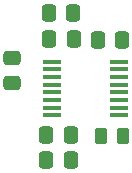
<source format=gbr>
%TF.GenerationSoftware,KiCad,Pcbnew,8.0.5*%
%TF.CreationDate,2024-11-10T02:12:05-07:00*%
%TF.ProjectId,2024_11_ADC_ADS8689,32303234-5f31-4315-9f41-44435f414453,rev?*%
%TF.SameCoordinates,Original*%
%TF.FileFunction,Paste,Top*%
%TF.FilePolarity,Positive*%
%FSLAX46Y46*%
G04 Gerber Fmt 4.6, Leading zero omitted, Abs format (unit mm)*
G04 Created by KiCad (PCBNEW 8.0.5) date 2024-11-10 02:12:05*
%MOMM*%
%LPD*%
G01*
G04 APERTURE LIST*
G04 Aperture macros list*
%AMRoundRect*
0 Rectangle with rounded corners*
0 $1 Rounding radius*
0 $2 $3 $4 $5 $6 $7 $8 $9 X,Y pos of 4 corners*
0 Add a 4 corners polygon primitive as box body*
4,1,4,$2,$3,$4,$5,$6,$7,$8,$9,$2,$3,0*
0 Add four circle primitives for the rounded corners*
1,1,$1+$1,$2,$3*
1,1,$1+$1,$4,$5*
1,1,$1+$1,$6,$7*
1,1,$1+$1,$8,$9*
0 Add four rect primitives between the rounded corners*
20,1,$1+$1,$2,$3,$4,$5,0*
20,1,$1+$1,$4,$5,$6,$7,0*
20,1,$1+$1,$6,$7,$8,$9,0*
20,1,$1+$1,$8,$9,$2,$3,0*%
G04 Aperture macros list end*
%ADD10RoundRect,0.250000X0.262500X0.450000X-0.262500X0.450000X-0.262500X-0.450000X0.262500X-0.450000X0*%
%ADD11RoundRect,0.250000X-0.337500X-0.475000X0.337500X-0.475000X0.337500X0.475000X-0.337500X0.475000X0*%
%ADD12RoundRect,0.250000X0.337500X0.475000X-0.337500X0.475000X-0.337500X-0.475000X0.337500X-0.475000X0*%
%ADD13RoundRect,0.250000X0.475000X-0.337500X0.475000X0.337500X-0.475000X0.337500X-0.475000X-0.337500X0*%
%ADD14RoundRect,0.051250X-0.733750X-0.153750X0.733750X-0.153750X0.733750X0.153750X-0.733750X0.153750X0*%
G04 APERTURE END LIST*
D10*
%TO.C,R1*%
X94862500Y-67275000D03*
X93037500Y-67275000D03*
%TD*%
D11*
%TO.C,C5*%
X94817500Y-59075000D03*
X92742500Y-59075000D03*
%TD*%
D12*
%TO.C,C4*%
X88592500Y-56800000D03*
X90667500Y-56800000D03*
%TD*%
D13*
%TO.C,C3*%
X85450000Y-62712500D03*
X85450000Y-60637500D03*
%TD*%
D12*
%TO.C,C2*%
X90462500Y-69300000D03*
X88387500Y-69300000D03*
%TD*%
%TO.C,C1*%
X90450000Y-67175000D03*
X88375000Y-67175000D03*
%TD*%
D14*
%TO.C,U2*%
X88835000Y-60950000D03*
X88835000Y-61600000D03*
X88835000Y-62250000D03*
X88835000Y-62900000D03*
X88835000Y-63550000D03*
X88835000Y-64200000D03*
X88835000Y-64850000D03*
X88835000Y-65500000D03*
X94575000Y-65500000D03*
X94575000Y-64850000D03*
X94575000Y-64200000D03*
X94575000Y-63550000D03*
X94575000Y-62900000D03*
X94575000Y-62250000D03*
X94575000Y-61600000D03*
X94575000Y-60950000D03*
%TD*%
D11*
%TO.C,C13*%
X90692500Y-59050000D03*
X88617500Y-59050000D03*
%TD*%
M02*

</source>
